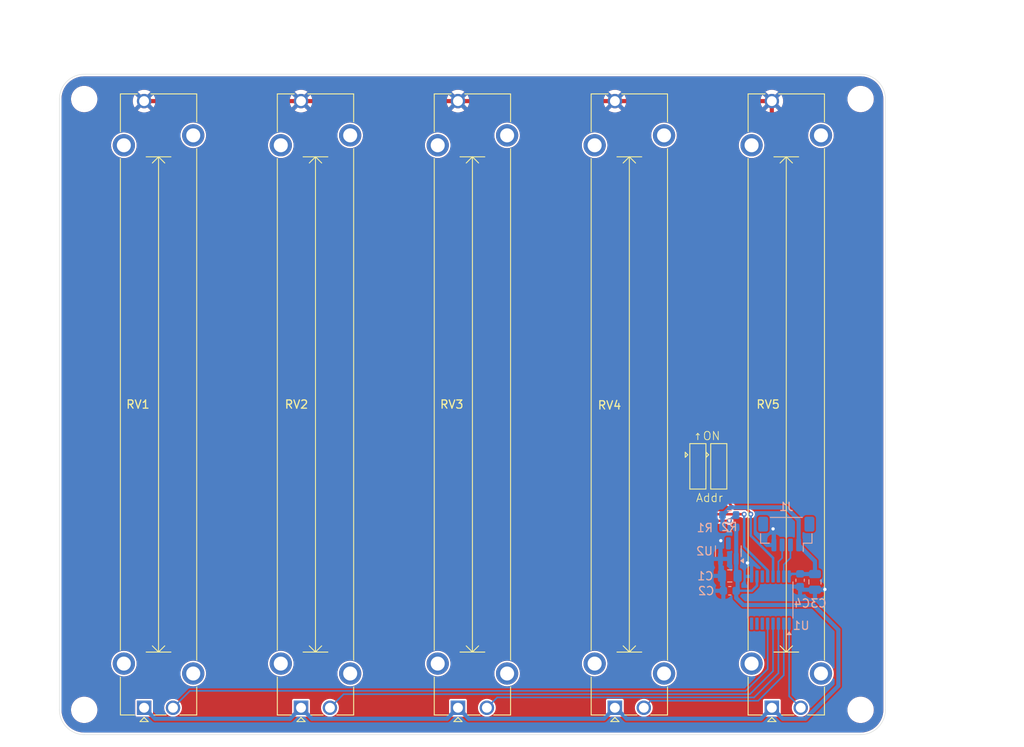
<source format=kicad_pcb>
(kicad_pcb (version 20240108) (generator "pcbnew") (generator_version "8.0")
  (layers (0 "F.Cu" signal) (31 "B.Cu" signal) (34 "B.Paste" user) (35 "F.Paste" user) (36 "B.SilkS" user "B.Silkscreen") (37 "F.SilkS" user "F.Silkscreen") (38 "B.Mask" user) (39 "F.Mask" user) (44 "Edge.Cuts" user))
  (net 0 "")
  (net 1 "+3V0")
  (net 2 "GND")
  (net 3 "+3V3")
  (net 4 "/CH0")
  (net 5 "/CH1")
  (net 6 "/CH2")
  (net 7 "/CH3")
  (net 8 "/CH4")
  (net 13 "/A0")
  (net 14 "/A1")
  (net 16 "/SDA")
  (net 17 "/SCK")
  (net 18 "Net-(JP1-A)")
  (footprint "MountingHole:MountingHole_2.7mm_M2.5" (layer "F.Cu") (at 185 63)
    (property "Reference" "REF**" (hide yes))
    (property "Value" "MountingHole_2.7mm_M2.5")
    (pad "" np_thru_hole circle (at 0 0) (size 2.7 2.7) (drill 2.7) (layers "*.Cu" "*.Mask"))
  )
  (footprint "woodpecker:Potentiometer_Bourns_PTA6043_Single_Slide" (layer "F.Cu") (at 138 100 90)
    (property "Reference" "RV3" (at 0 -2.5 0) (layer "F.SilkS"))
    (property "Value" "PTA6043")
    (fp_line (start 37.62 -4.62) (end 37.62 -2.573) (stroke (width 0.12)) (layer "F.SilkS"))
    (fp_line (start 33.036 -4.62) (end 37.62 -4.62) (stroke (width 0.12)) (layer "F.SilkS"))
    (fp_line (start -29.764 -4.62) (end 29.765 -4.62) (stroke (width 0.12)) (layer "F.SilkS"))
    (fp_line (start -37.62 -4.62) (end -33.035 -4.62) (stroke (width 0.12)) (layer "F.SilkS"))
    (fp_line (start -37.62 -4.62) (end -37.62 -2.925) (stroke (width 0.12)) (layer "F.SilkS"))
    (fp_line (start -38.425 -2.25) (end -38.425 -1.25) (stroke (width 0.12)) (layer "F.SilkS"))
    (fp_line (start -37.925 -1.75) (end -38.425 -2.25) (stroke (width 0.12)) (layer "F.SilkS"))
    (fp_line (start 30 -1.5) (end 30 1.5) (stroke (width 0.12)) (layer "F.SilkS"))
    (fp_line (start -30 -1.5) (end -30 1.5) (stroke (width 0.12)) (layer "F.SilkS"))
    (fp_line (start -38.425 -1.25) (end -37.925 -1.75) (stroke (width 0.12)) (layer "F.SilkS"))
    (fp_line (start 37.62 -0.927) (end 37.62 4.62) (stroke (width 0.12)) (layer "F.SilkS"))
    (fp_line (start 29.25 -0.75) (end 30 0) (stroke (width 0.12)) (layer "F.SilkS"))
    (fp_line (start -29.25 -0.75) (end -30 0) (stroke (width 0.12)) (layer "F.SilkS"))
    (fp_line (start -37.62 -0.575) (end -37.62 0.928) (stroke (width 0.12)) (layer "F.SilkS"))
    (fp_line (start 30 0) (end 29.25 0.75) (stroke (width 0.12)) (layer "F.SilkS"))
    (fp_line (start -30 0) (end 30 0) (stroke (width 0.12)) (layer "F.SilkS"))
    (fp_line (start -30 0) (end -29.25 0.75) (stroke (width 0.12)) (layer "F.SilkS"))
    (fp_line (start -37.62 2.573) (end -37.62 4.62) (stroke (width 0.12)) (layer "F.SilkS"))
    (fp_line (start 34.236 4.62) (end 37.62 4.62) (stroke (width 0.12)) (layer "F.SilkS"))
    (fp_line (start -30.964 4.62) (end 30.965 4.62) (stroke (width 0.12)) (layer "F.SilkS"))
    (fp_line (start -37.62 4.62) (end -34.235 4.62) (stroke (width 0.12)) (layer "F.SilkS"))
    (pad "1" thru_hole rect (at -36.75 -1.75 90) (size 1.75 1.75) (drill 1.2) (layers "*.Cu" "*.Mask") (net 1 "+3V0"))
    (pad "2" thru_hole circle (at -36.75 1.75 90) (size 1.75 1.75) (drill 1.2) (layers "*.Cu" "*.Mask") (net 6 "/CH2"))
    (pad "3" thru_hole circle (at 36.75 -1.75 90) (size 1.75 1.75) (drill 1.2) (layers "*.Cu" "*.Mask") (net 2 "GND"))
    (pad "MP" thru_hole circle (at -32.6 4.2 90) (size 2.7 2.7) (drill 1.7) (layers "*.Cu" "*.Mask"))
    (pad "MP" thru_hole circle (at -31.4 -4.2 90) (size 2.7 2.7) (drill 1.7) (layers "*.Cu" "*.Mask"))
    (pad "MP" thru_hole circle (at 31.4 -4.2 90) (size 2.7 2.7) (drill 1.7) (layers "*.Cu" "*.Mask"))
    (pad "MP" thru_hole circle (at 32.6 4.2 90) (size 2.7 2.7) (drill 1.7) (layers "*.Cu" "*.Mask"))
  )
  (footprint "woodpecker:Potentiometer_Bourns_PTA6043_Single_Slide" (layer "F.Cu") (at 176 100 90)
    (property "Reference" "RV5" (at 0 -2.2 0) (layer "F.SilkS"))
    (property "Value" "PTA6043")
    (fp_line (start 37.62 -4.62) (end 37.62 -2.573) (stroke (width 0.12)) (layer "F.SilkS"))
    (fp_line (start 33.036 -4.62) (end 37.62 -4.62) (stroke (width 0.12)) (layer "F.SilkS"))
    (fp_line (start -29.764 -4.62) (end 29.765 -4.62) (stroke (width 0.12)) (layer "F.SilkS"))
    (fp_line (start -37.62 -4.62) (end -33.035 -4.62) (stroke (width 0.12)) (layer "F.SilkS"))
    (fp_line (start -37.62 -4.62) (end -37.62 -2.925) (stroke (width 0.12)) (layer "F.SilkS"))
    (fp_line (start -38.425 -2.25) (end -38.425 -1.25) (stroke (width 0.12)) (layer "F.SilkS"))
    (fp_line (start -37.925 -1.75) (end -38.425 -2.25) (stroke (width 0.12)) (layer "F.SilkS"))
    (fp_line (start 30 -1.5) (end 30 1.5) (stroke (width 0.12)) (layer "F.SilkS"))
    (fp_line (start -30 -1.5) (end -30 1.5) (stroke (width 0.12)) (layer "F.SilkS"))
    (fp_line (start -38.425 -1.25) (end -37.925 -1.75) (stroke (width 0.12)) (layer "F.SilkS"))
    (fp_line (start 37.62 -0.927) (end 37.62 4.62) (stroke (width 0.12)) (layer "F.SilkS"))
    (fp_line (start 29.25 -0.75) (end 30 0) (stroke (width 0.12)) (layer "F.SilkS"))
    (fp_line (start -29.25 -0.75) (end -30 0) (stroke (width 0.12)) (layer "F.SilkS"))
    (fp_line (start -37.62 -0.575) (end -37.62 0.928) (stroke (width 0.12)) (layer "F.SilkS"))
    (fp_line (start 30 0) (end 29.25 0.75) (stroke (width 0.12)) (layer "F.SilkS"))
    (fp_line (start -30 0) (end 30 0) (stroke (width 0.12)) (layer "F.SilkS"))
    (fp_line (start -30 0) (end -29.25 0.75) (stroke (width 0.12)) (layer "F.SilkS"))
    (fp_line (start -37.62 2.573) (end -37.62 4.62) (stroke (width 0.12)) (layer "F.SilkS"))
    (fp_line (start 34.236 4.62) (end 37.62 4.62) (stroke (width 0.12)) (layer "F.SilkS"))
    (fp_line (start -30.964 4.62) (end 30.965 4.62) (stroke (width 0.12)) (layer "F.SilkS"))
    (fp_line (start -37.62 4.62) (end -34.235 4.62) (stroke (width 0.12)) (layer "F.SilkS"))
    (pad "1" thru_hole rect (at -36.75 -1.75 90) (size 1.75 1.75) (drill 1.2) (layers "*.Cu" "*.Mask") (net 1 "+3V0"))
    (pad "2" thru_hole circle (at -36.75 1.75 90) (size 1.75 1.75) (drill 1.2) (layers "*.Cu" "*.Mask") (net 8 "/CH4"))
    (pad "3" thru_hole circle (at 36.75 -1.75 90) (size 1.75 1.75) (drill 1.2) (layers "*.Cu" "*.Mask") (net 2 "GND"))
    (pad "MP" thru_hole circle (at -32.6 4.2 90) (size 2.7 2.7) (drill 1.7) (layers "*.Cu" "*.Mask"))
    (pad "MP" thru_hole circle (at -31.4 -4.2 90) (size 2.7 2.7) (drill 1.7) (layers "*.Cu" "*.Mask"))
    (pad "MP" thru_hole circle (at 31.4 -4.2 90) (size 2.7 2.7) (drill 1.7) (layers "*.Cu" "*.Mask"))
    (pad "MP" thru_hole circle (at 32.6 4.2 90) (size 2.7 2.7) (drill 1.7) (layers "*.Cu" "*.Mask"))
  )
  (footprint "Jumper:SolderJumper-3_P2.0mm_Open_TrianglePad1.0x1.5mm" (layer "F.Cu") (at 165.27 107.5 -90)
    (property "Reference" "JP2" (hide yes))
    (property "Value" "~")
    (fp_line (start -1.7 1.5) (end -1.1 1.5) (stroke (width 0.12)) (layer "F.SilkS"))
    (fp_line (start -1.1 1.5) (end -1.4 1.2) (stroke (width 0.12)) (layer "F.SilkS"))
    (fp_line (start -1.4 1.2) (end -1.7 1.5) (stroke (width 0.12)) (layer "F.SilkS"))
    (fp_line (start -2.75 0.95) (end -2.75 -1) (stroke (width 0.12)) (layer "F.SilkS"))
    (fp_line (start 2.75 0.95) (end -2.75 0.95) (stroke (width 0.12)) (layer "F.SilkS"))
    (fp_line (start -2.75 -1) (end 2.75 -1) (stroke (width 0.12)) (layer "F.SilkS"))
    (fp_line (start 2.75 -1) (end 2.75 0.95) (stroke (width 0.12)) (layer "F.SilkS"))
    (pad "1" smd custom (at -2 0 270) (size 0.3 0.3) (layers "F.Cu" "F.Mask") (net 18 "Net-(JP1-A)") (options (clearance outline) (anchor rect)) (primitives (gr_poly (pts (xy 1 0) (xy 0.5 0.75) (xy -0.5 0.75) (xy -0.5 -0.75) (xy 0.5 -0.75)) (width 0) (fill yes))))
    (pad "2" smd custom (at 0 0 270) (size 0.3 0.3) (layers "F.Cu") (net 14 "/A1") (options (clearance outline) (anchor rect)) (primitives (gr_poly (pts (xy 0.7 0) (xy 1.2 0.75) (xy -1.2 0.75) (xy -0.7 0) (xy -1.2 -0.75) (xy 1.2 -0.75)) (width 0) (fill yes))))
    (pad "3" smd custom (at 2 0 90) (size 0.3 0.3) (layers "F.Cu" "F.Mask") (net 2 "GND") (options (clearance outline) (anchor rect)) (primitives (gr_poly (pts (xy 1 0) (xy 0.5 0.75) (xy -0.5 0.75) (xy -0.5 -0.75) (xy 0.5 -0.75)) (width 0) (fill yes))))
  )
  (footprint "Jumper:SolderJumper-3_P2.0mm_Open_TrianglePad1.0x1.5mm" (layer "F.Cu") (at 167.8 107.5 -90)
    (property "Reference" "JP1" (hide yes))
    (property "Value" "~")
    (fp_line (start -1.7 1.5) (end -1.1 1.5) (stroke (width 0.12)) (layer "F.SilkS"))
    (fp_line (start -1.1 1.5) (end -1.4 1.2) (stroke (width 0.12)) (layer "F.SilkS"))
    (fp_line (start -1.4 1.2) (end -1.7 1.5) (stroke (width 0.12)) (layer "F.SilkS"))
    (fp_line (start -2.75 0.95) (end -2.75 -1) (stroke (width 0.12)) (layer "F.SilkS"))
    (fp_line (start 2.75 0.95) (end -2.75 0.95) (stroke (width 0.12)) (layer "F.SilkS"))
    (fp_line (start -2.75 -1) (end 2.75 -1) (stroke (width 0.12)) (layer "F.SilkS"))
    (fp_line (start 2.75 -1) (end 2.75 0.95) (stroke (width 0.12)) (layer "F.SilkS"))
    (pad "1" smd custom (at -2 0 270) (size 0.3 0.3) (layers "F.Cu" "F.Mask") (net 18 "Net-(JP1-A)") (options (clearance outline) (anchor rect)) (primitives (gr_poly (pts (xy 1 0) (xy 0.5 0.75) (xy -0.5 0.75) (xy -0.5 -0.75) (xy 0.5 -0.75)) (width 0) (fill yes))))
    (pad "2" smd custom (at 0 0 270) (size 0.3 0.3) (layers "F.Cu") (net 13 "/A0") (options (clearance outline) (anchor rect)) (primitives (gr_poly (pts (xy 0.7 0) (xy 1.2 0.75) (xy -1.2 0.75) (xy -0.7 0) (xy -1.2 -0.75) (xy 1.2 -0.75)) (width 0) (fill yes))))
    (pad "3" smd custom (at 2 0 90) (size 0.3 0.3) (layers "F.Cu" "F.Mask") (net 2 "GND") (options (clearance outline) (anchor rect)) (primitives (gr_poly (pts (xy 1 0) (xy 0.5 0.75) (xy -0.5 0.75) (xy -0.5 -0.75) (xy 0.5 -0.75)) (width 0) (fill yes))))
  )
  (footprint "woodpecker:Potentiometer_Bourns_PTA6043_Single_Slide" (layer "F.Cu") (at 157 100 90)
    (property "Reference" "RV4" (at -0.1 -2.4 0) (layer "F.SilkS"))
    (property "Value" "PTA6043")
    (fp_line (start 37.62 -4.62) (end 37.62 -2.573) (stroke (width 0.12)) (layer "F.SilkS"))
    (fp_line (start 33.036 -4.62) (end 37.62 -4.62) (stroke (width 0.12)) (layer "F.SilkS"))
    (fp_line (start -29.764 -4.62) (end 29.765 -4.62) (stroke (width 0.12)) (layer "F.SilkS"))
    (fp_line (start -37.62 -4.62) (end -33.035 -4.62) (stroke (width 0.12)) (layer "F.SilkS"))
    (fp_line (start -37.62 -4.62) (end -37.62 -2.925) (stroke (width 0.12)) (layer "F.SilkS"))
    (fp_line (start -38.425 -2.25) (end -38.425 -1.25) (stroke (width 0.12)) (layer "F.SilkS"))
    (fp_line (start -37.925 -1.75) (end -38.425 -2.25) (stroke (width 0.12)) (layer "F.SilkS"))
    (fp_line (start 30 -1.5) (end 30 1.5) (stroke (width 0.12)) (layer "F.SilkS"))
    (fp_line (start -30 -1.5) (end -30 1.5) (stroke (width 0.12)) (layer "F.SilkS"))
    (fp_line (start -38.425 -1.25) (end -37.925 -1.75) (stroke (width 0.12)) (layer "F.SilkS"))
    (fp_line (start 37.62 -0.927) (end 37.62 4.62) (stroke (width 0.12)) (layer "F.SilkS"))
    (fp_line (start 29.25 -0.75) (end 30 0) (stroke (width 0.12)) (layer "F.SilkS"))
    (fp_line (start -29.25 -0.75) (end -30 0) (stroke (width 0.12)) (layer "F.SilkS"))
    (fp_line (start -37.62 -0.575) (end -37.62 0.928) (stroke (width 0.12)) (layer "F.SilkS"))
    (fp_line (start 30 0) (end 29.25 0.75) (stroke (width 0.12)) (layer "F.SilkS"))
    (fp_line (start -30 0) (end 30 0) (stroke (width 0.12)) (layer "F.SilkS"))
    (fp_line (start -30 0) (end -29.25 0.75) (stroke (width 0.12)) (layer "F.SilkS"))
    (fp_line (start -37.62 2.573) (end -37.62 4.62) (stroke (width 0.12)) (layer "F.SilkS"))
    (fp_line (start 34.236 4.62) (end 37.62 4.62) (stroke (width 0.12)) (layer "F.SilkS"))
    (fp_line (start -30.964 4.62) (end 30.965 4.62) (stroke (width 0.12)) (layer "F.SilkS"))
    (fp_line (start -37.62 4.62) (end -34.235 4.62) (stroke (width 0.12)) (layer "F.SilkS"))
    (pad "1" thru_hole rect (at -36.75 -1.75 90) (size 1.75 1.75) (drill 1.2) (layers "*.Cu" "*.Mask") (net 1 "+3V0"))
    (pad "2" thru_hole circle (at -36.75 1.75 90) (size 1.75 1.75) (drill 1.2) (layers "*.Cu" "*.Mask") (net 7 "/CH3"))
    (pad "3" thru_hole circle (at 36.75 -1.75 90) (size 1.75 1.75) (drill 1.2) (layers "*.Cu" "*.Mask") (net 2 "GND"))
    (pad "MP" thru_hole circle (at -32.6 4.2 90) (size 2.7 2.7) (drill 1.7) (layers "*.Cu" "*.Mask"))
    (pad "MP" thru_hole circle (at -31.4 -4.2 90) (size 2.7 2.7) (drill 1.7) (layers "*.Cu" "*.Mask"))
    (pad "MP" thru_hole circle (at 31.4 -4.2 90) (size 2.7 2.7) (drill 1.7) (layers "*.Cu" "*.Mask"))
    (pad "MP" thru_hole circle (at 32.6 4.2 90) (size 2.7 2.7) (drill 1.7) (layers "*.Cu" "*.Mask"))
  )
  (footprint "MountingHole:MountingHole_2.7mm_M2.5" (layer "F.Cu") (at 91 63)
    (property "Reference" "REF**" (hide yes))
    (property "Value" "MountingHole_2.7mm_M2.5")
    (pad "" np_thru_hole circle (at 0 0) (size 2.7 2.7) (drill 2.7) (layers "*.Cu" "*.Mask"))
  )
  (footprint "woodpecker:Potentiometer_Bourns_PTA6043_Single_Slide" (layer "F.Cu") (at 100 100 90)
    (property "Reference" "RV1" (at 0 -2.5 0) (layer "F.SilkS"))
    (property "Value" "PTA6043")
    (fp_line (start 37.62 -4.62) (end 37.62 -2.573) (stroke (width 0.12)) (layer "F.SilkS"))
    (fp_line (start 33.036 -4.62) (end 37.62 -4.62) (stroke (width 0.12)) (layer "F.SilkS"))
    (fp_line (start -29.764 -4.62) (end 29.765 -4.62) (stroke (width 0.12)) (layer "F.SilkS"))
    (fp_line (start -37.62 -4.62) (end -33.035 -4.62) (stroke (width 0.12)) (layer "F.SilkS"))
    (fp_line (start -37.62 -4.62) (end -37.62 -2.925) (stroke (width 0.12)) (layer "F.SilkS"))
    (fp_line (start -38.425 -2.25) (end -38.425 -1.25) (stroke (width 0.12)) (layer "F.SilkS"))
    (fp_line (start -37.925 -1.75) (end -38.425 -2.25) (stroke (width 0.12)) (layer "F.SilkS"))
    (fp_line (start 30 -1.5) (end 30 1.5) (stroke (width 0.12)) (layer "F.SilkS"))
    (fp_line (start -30 -1.5) (end -30 1.5) (stroke (width 0.12)) (layer "F.SilkS"))
    (fp_line (start -38.425 -1.25) (end -37.925 -1.75) (stroke (width 0.12)) (layer "F.SilkS"))
    (fp_line (start 37.62 -0.927) (end 37.62 4.62) (stroke (width 0.12)) (layer "F.SilkS"))
    (fp_line (start 29.25 -0.75) (end 30 0) (stroke (width 0.12)) (layer "F.SilkS"))
    (fp_line (start -29.25 -0.75) (end -30 0) (stroke (width 0.12)) (layer "F.SilkS"))
    (fp_line (start -37.62 -0.575) (end -37.62 0.928) (stroke (width 0.12)) (layer "F.SilkS"))
    (fp_line (start 30 0) (end 29.25 0.75) (stroke (width 0.12)) (layer "F.SilkS"))
    (fp_line (start -30 0) (end 30 0) (stroke (width 0.12)) (layer "F.SilkS"))
    (fp_line (start -30 0) (end -29.25 0.75) (stroke (width 0.12)) (layer "F.SilkS"))
    (fp_line (start -37.62 2.573) (end -37.62 4.62) (stroke (width 0.12)) (layer "F.SilkS"))
    (fp_line (start 34.236 4.62) (end 37.62 4.62) (stroke (width 0.12)) (layer "F.SilkS"))
    (fp_line (start -30.964 4.62) (end 30.965 4.62) (stroke (width 0.12)) (layer "F.SilkS"))
    (fp_line (start -37.62 4.62) (end -34.235 4.62) (stroke (width 0.12)) (layer "F.SilkS"))
    (pad "1" thru_hole rect (at -36.75 -1.75 90) (size 1.75 1.75) (drill 1.2) (layers "*.Cu" "*.Mask") (net 1 "+3V0"))
    (pad "2" thru_hole circle (at -36.75 1.75 90) (size 1.75 1.75) (drill 1.2) (layers "*.Cu" "*.Mask") (net 4 "/CH0"))
    (pad "3" thru_hole circle (at 36.75 -1.75 90) (size 1.75 1.75) (drill 1.2) (layers "*.Cu" "*.Mask") (net 2 "GND"))
    (pad "MP" thru_hole circle (at -32.6 4.2 90) (size 2.7 2.7) (drill 1.7) (layers "*.Cu" "*.Mask"))
    (pad "MP" thru_hole circle (at -31.4 -4.2 90) (size 2.7 2.7) (drill 1.7) (layers "*.Cu" "*.Mask"))
    (pad "MP" thru_hole circle (at 31.4 -4.2 90) (size 2.7 2.7) (drill 1.7) (layers "*.Cu" "*.Mask"))
    (pad "MP" thru_hole circle (at 32.6 4.2 90) (size 2.7 2.7) (drill 1.7) (layers "*.Cu" "*.Mask"))
  )
  (footprint "MountingHole:MountingHole_2.7mm_M2.5" (layer "F.Cu") (at 185 137)
    (property "Reference" "REF**" (hide yes))
    (property "Value" "MountingHole_2.7mm_M2.5")
    (pad "" np_thru_hole circle (at 0 0) (size 2.7 2.7) (drill 2.7) (layers "*.Cu" "*.Mask"))
  )
  (footprint "MountingHole:MountingHole_2.7mm_M2.5" (layer "F.Cu") (at 91 137)
    (property "Reference" "REF**" (hide yes))
    (property "Value" "MountingHole_2.7mm_M2.5")
    (pad "" np_thru_hole circle (at 0 0) (size 2.7 2.7) (drill 2.7) (layers "*.Cu" "*.Mask"))
  )
  (footprint "woodpecker:Potentiometer_Bourns_PTA6043_Single_Slide" (layer "F.Cu") (at 119 100 90)
    (property "Reference" "RV2" (at 0 -2.3 0) (layer "F.SilkS"))
    (property "Value" "PTA6043")
    (fp_line (start 37.62 -4.62) (end 37.62 -2.573) (stroke (width 0.12)) (layer "F.SilkS"))
    (fp_line (start 33.036 -4.62) (end 37.62 -4.62) (stroke (width 0.12)) (layer "F.SilkS"))
    (fp_line (start -29.764 -4.62) (end 29.765 -4.62) (stroke (width 0.12)) (layer "F.SilkS"))
    (fp_line (start -37.62 -4.62) (end -33.035 -4.62) (stroke (width 0.12)) (layer "F.SilkS"))
    (fp_line (start -37.62 -4.62) (end -37.62 -2.925) (stroke (width 0.12)) (layer "F.SilkS"))
    (fp_line (start -38.425 -2.25) (end -38.425 -1.25) (stroke (width 0.12)) (layer "F.SilkS"))
    (fp_line (start -37.925 -1.75) (end -38.425 -2.25) (stroke (width 0.12)) (layer "F.SilkS"))
    (fp_line (start 30 -1.5) (end 30 1.5) (stroke (width 0.12)) (layer "F.SilkS"))
    (fp_line (start -30 -1.5) (end -30 1.5) (stroke (width 0.12)) (layer "F.SilkS"))
    (fp_line (start -38.425 -1.25) (end -37.925 -1.75) (stroke (width 0.12)) (layer "F.SilkS"))
    (fp_line (start 37.62 -0.927) (end 37.62 4.62) (stroke (width 0.12)) (layer "F.SilkS"))
    (fp_line (start 29.25 -0.75) (end 30 0) (stroke (width 0.12)) (layer "F.SilkS"))
    (fp_line (start -29.25 -0.75) (end -30 0) (stroke (width 0.12)) (layer "F.SilkS"))
    (fp_line (start -37.62 -0.575) (end -37.62 0.928) (stroke (width 0.12)) (layer "F.SilkS"))
    (fp_line (start 30 0) (end 29.25 0.75) (stroke (width 0.12)) (layer "F.SilkS"))
    (fp_line (start -30 0) (end 30 0) (stroke (width 0.12)) (layer "F.SilkS"))
    (fp_line (start -30 0) (end -29.25 0.75) (stroke (width 0.12)) (layer "F.SilkS"))
    (fp_line (start -37.62 2.573) (end -37.62 4.62) (stroke (width 0.12)) (layer "F.SilkS"))
    (fp_line (start 34.236 4.62) (end 37.62 4.62) (stroke (width 0.12)) (layer "F.SilkS"))
    (fp_line (start -30.964 4.62) (end 30.965 4.62) (stroke (width 0.12)) (layer "F.SilkS"))
    (fp_line (start -37.62 4.62) (end -34.235 4.62) (stroke (width 0.12)) (layer "F.SilkS"))
    (pad "1" thru_hole rect (at -36.75 -1.75 90) (size 1.75 1.75) (drill 1.2) (layers "*.Cu" "*.Mask") (net 1 "+3V0"))
    (pad "2" thru_hole circle (at -36.75 1.75 90) (size 1.75 1.75) (drill 1.2) (layers "*.Cu" "*.Mask") (net 5 "/CH1"))
    (pad "3" thru_hole circle (at 36.75 -1.75 90) (size 1.75 1.75) (drill 1.2) (layers "*.Cu" "*.Mask") (net 2 "GND"))
    (pad "MP" thru_hole circle (at -32.6 4.2 90) (size 2.7 2.7) (drill 1.7) (layers "*.Cu" "*.Mask"))
    (pad "MP" thru_hole circle (at -31.4 -4.2 90) (size 2.7 2.7) (drill 1.7) (layers "*.Cu" "*.Mask"))
    (pad "MP" thru_hole circle (at 31.4 -4.2 90) (size 2.7 2.7) (drill 1.7) (layers "*.Cu" "*.Mask"))
    (pad "MP" thru_hole circle (at 32.6 4.2 90) (size 2.7 2.7) (drill 1.7) (layers "*.Cu" "*.Mask"))
  )
  (footprint "Resistor_SMD:R_0603_1608Metric" (layer "B.Cu") (at 169.1 113.4)
    (property "Reference" "R2" (at 0 1.43 360) (layer "B.SilkS") (effects (justify mirror)))
    (property "Value" "100")
    (fp_line (start 0.237258 -0.5225) (end -0.237258 -0.5225) (stroke (width 0.12)) (layer "B.SilkS"))
    (fp_line (start 0.237258 0.5225) (end -0.237258 0.5225) (stroke (width 0.12)) (layer "B.SilkS"))
    (pad "1" smd roundrect (at -0.825 0) (size 0.8 0.95) (layers "B.Cu" "B.Paste" "B.Mask") (net 3 "+3V3"))
    (pad "2" smd roundrect (at 0.825 0) (size 0.8 0.95) (layers "B.Cu" "B.Paste" "B.Mask") (net 18 "Net-(JP1-A)"))
  )
  (footprint "Capacitor_SMD:C_0805_2012Metric" (layer "B.Cu") (at 169.159448 120.775 180)
    (property "Reference" "C1" (at 2.959448 -0.025 0) (layer "B.SilkS") (effects (justify mirror)))
    (property "Value" "2u2")
    (fp_line (start 0.261252 0.735) (end -0.261252 0.735) (stroke (width 0.12)) (layer "B.SilkS"))
    (fp_line (start 0.261252 -0.735) (end -0.261252 -0.735) (stroke (width 0.12)) (layer "B.SilkS"))
    (pad "1" smd roundrect (at -0.95 0 180) (size 1 1.45) (layers "B.Cu" "B.Paste" "B.Mask") (net 1 "+3V0"))
    (pad "2" smd roundrect (at 0.95 0 180) (size 1 1.45) (layers "B.Cu" "B.Paste" "B.Mask") (net 2 "GND"))
  )
  (footprint "Capacitor_SMD:C_0603_1608Metric" (layer "B.Cu") (at 177.671948 121.3 -90)
    (property "Reference" "C4" (at 2.8 -0.228052 180) (layer "B.SilkS") (effects (justify mirror)))
    (property "Value" "100n")
    (fp_line (start 0.14058 0.51) (end -0.14058 0.51) (stroke (width 0.12)) (layer "B.SilkS"))
    (fp_line (start 0.14058 -0.51) (end -0.14058 -0.51) (stroke (width 0.12)) (layer "B.SilkS"))
    (pad "1" smd roundrect (at -0.775 0 270) (size 0.9 0.95) (layers "B.Cu" "B.Paste" "B.Mask") (net 3 "+3V3"))
    (pad "2" smd roundrect (at 0.775 0 270) (size 0.9 0.95) (layers "B.Cu" "B.Paste" "B.Mask") (net 2 "GND"))
  )
  (footprint "woodpecker:JST_SH_BM04B-SRSS-TB_1x04-1MP_P1.00mm_Vertical" (layer "B.Cu") (at 176 115.7 180)
    (property "Reference" "J1" (at 0 3.3 0) (layer "B.SilkS") (effects (justify mirror)))
    (property "Value" "JST SH")
    (fp_line (start 3.11 -1.11) (end 3.11 0.04) (stroke (width 0.12)) (layer "B.SilkS"))
    (fp_line (start 2.06 -1.11) (end 3.11 -1.11) (stroke (width 0.12)) (layer "B.SilkS"))
    (fp_line (start 1.94 2.01) (end -1.94 2.01) (stroke (width 0.12)) (layer "B.SilkS"))
    (fp_line (start -2.06 -1.11) (end -3.11 -1.11) (stroke (width 0.12)) (layer "B.SilkS"))
    (fp_line (start -2.06 -2.1) (end -2.06 -1.11) (stroke (width 0.12)) (layer "B.SilkS"))
    (fp_line (start -3.11 -1.11) (end -3.11 0.04) (stroke (width 0.12)) (layer "B.SilkS"))
    (pad "1" smd roundrect (at -1.5 -1.325 180) (size 0.6 1.55) (layers "B.Cu" "B.Paste" "B.Mask") (net 3 "+3V3"))
    (pad "2" smd roundrect (at -0.5 -1.325 180) (size 0.6 1.55) (layers "B.Cu" "B.Paste" "B.Mask") (net 16 "/SDA"))
    (pad "3" smd roundrect (at 0.5 -1.325 180) (size 0.6 1.55) (layers "B.Cu" "B.Paste" "B.Mask") (net 17 "/SCK"))
    (pad "4" smd roundrect (at 1.5 -1.325 180) (size 0.6 1.55) (layers "B.Cu" "B.Paste" "B.Mask") (net 2 "GND"))
    (pad "MP" smd roundrect (at -2.8 1.2 180) (size 1.2 1.8) (layers "B.Cu" "B.Paste" "B.Mask") (roundrect_rratio 0.208333))
    (pad "MP" smd roundrect (at 2.8 1.2 180) (size 1.2 1.8) (layers "B.Cu" "B.Paste" "B.Mask") (roundrect_rratio 0.208333))
  )
  (footprint "Package_TO_SOT_SMD:SOT-23" (layer "B.Cu") (at 168.984448 117.775 90)
    (property "Reference" "U2" (at 0 -2.884448 180) (layer "B.SilkS") (effects (justify mirror)))
    (property "Value" "LM4040DBZ-3")
    (fp_line (start 0.65 -1.56) (end 0 -1.56) (stroke (width 0.12)) (layer "B.SilkS"))
    (fp_line (start -0.65 -1.56) (end 0 -1.56) (stroke (width 0.12)) (layer "B.SilkS"))
    (fp_line (start 0.65 1.56) (end 0 1.56) (stroke (width 0.12)) (layer "B.SilkS"))
    (fp_line (start -0.65 1.56) (end 0 1.56) (stroke (width 0.12)) (layer "B.SilkS"))
    (fp_poly (pts (xy -1.1625 1.51) (xy -1.4025 1.84) (xy -0.9225 1.84) (xy -1.1625 1.51)) (stroke (width 0.12)) (fill solid) (layer "B.SilkS"))
    (pad "1" smd roundrect (at -0.9375 0.95 90) (size 1.475 0.6) (layers "B.Cu" "B.Paste" "B.Mask") (net 1 "+3V0"))
    (pad "2" smd roundrect (at -0.9375 -0.95 90) (size 1.475 0.6) (layers "B.Cu" "B.Paste" "B.Mask") (net 2 "GND"))
    (pad "3" smd roundrect (at 0.9375 0 90) (size 1.475 0.6) (layers "B.Cu" "B.Paste" "B.Mask"))
  )
  (footprint "Capacitor_SMD:C_0603_1608Metric" (layer "B.Cu") (at 169.159448 122.575 180)
    (property "Reference" "C2" (at 2.859448 -0.025 0) (layer "B.SilkS") (effects (justify mirror)))
    (property "Value" "100n")
    (fp_line (start 0.14058 0.51) (end -0.14058 0.51) (stroke (width 0.12)) (layer "B.SilkS"))
    (fp_line (start 0.14058 -0.51) (end -0.14058 -0.51) (stroke (width 0.12)) (layer "B.SilkS"))
    (pad "1" smd roundrect (at -0.775 0 180) (size 0.9 0.95) (layers "B.Cu" "B.Paste" "B.Mask") (net 1 "+3V0"))
    (pad "2" smd roundrect (at 0.775 0 180) (size 0.9 0.95) (layers "B.Cu" "B.Paste" "B.Mask") (net 2 "GND"))
  )
  (footprint "Package_SO:TSSOP-16_4.4x5mm_P0.65mm" (layer "B.Cu") (at 174.071948 123.7 90)
    (property "Reference" "U1" (at -3.1 3.728052 180) (layer "B.SilkS") (effects (justify mirror)))
    (property "Value" "ADS7830")
    (fp_line (start 2.2 -2.735) (end 0 -2.735) (stroke (width 0.12)) (layer "B.SilkS"))
    (fp_line (start -2.2 -2.735) (end 0 -2.735) (stroke (width 0.12)) (layer "B.SilkS"))
    (fp_line (start 2.2 2.735) (end 0 2.735) (stroke (width 0.12)) (layer "B.SilkS"))
    (fp_line (start -2.2 2.735) (end 0 2.735) (stroke (width 0.12)) (layer "B.SilkS"))
    (fp_poly (pts (xy -3.86 2.275) (xy -4.19 2.515) (xy -4.19 2.035) (xy -3.86 2.275)) (stroke (width 0.12)) (fill solid) (layer "B.SilkS"))
    (pad "1" smd roundrect (at -2.8625 2.275 90) (size 1.475 0.4) (layers "B.Cu" "B.Paste" "B.Mask") (net 8 "/CH4"))
    (pad "2" smd roundrect (at -2.8625 1.625 90) (size 1.475 0.4) (layers "B.Cu" "B.Paste" "B.Mask") (net 7 "/CH3"))
    (pad "3" smd roundrect (at -2.8625 0.975 90) (size 1.475 0.4) (layers "B.Cu" "B.Paste" "B.Mask") (net 6 "/CH2"))
    (pad "4" smd roundrect (at -2.8625 0.325 90) (size 1.475 0.4) (layers "B.Cu" "B.Paste" "B.Mask") (net 5 "/CH1"))
    (pad "5" smd roundrect (at -2.8625 -0.325 90) (size 1.475 0.4) (layers "B.Cu" "B.Paste" "B.Mask") (net 4 "/CH0"))
    (pad "6" smd roundrect (at -2.8625 -0.975 90) (size 1.475 0.4) (layers "B.Cu" "B.Paste" "B.Mask"))
    (pad "7" smd roundrect (at -2.8625 -1.625 90) (size 1.475 0.4) (layers "B.Cu" "B.Paste" "B.Mask"))
    (pad "8" smd roundrect (at -2.8625 -2.275 90) (size 1.475 0.4) (layers "B.Cu" "B.Paste" "B.Mask"))
    (pad "9" smd roundrect (at 2.8625 -2.275 90) (size 1.475 0.4) (layers "B.Cu" "B.Paste" "B.Mask") (net 2 "GND"))
    (pad "10" smd roundrect (at 2.8625 -1.625 90) (size 1.475 0.4) (layers "B.Cu" "B.Paste" "B.Mask") (net 1 "+3V0"))
    (pad "11" smd roundrect (at 2.8625 -0.975 90) (size 1.475 0.4) (layers "B.Cu" "B.Paste" "B.Mask"))
    (pad "12" smd roundrect (at 2.8625 -0.325 90) (size 1.475 0.4) (layers "B.Cu" "B.Paste" "B.Mask") (net 14 "/A1"))
    (pad "13" smd roundrect (at 2.8625 0.325 90) (size 1.475 0.4) (layers "B.Cu" "B.Paste" "B.Mask") (net 13 "/A0"))
    (pad "14" smd roundrect (at 2.8625 0.975 90) (size 1.475 0.4) (layers "B.Cu" "B.Paste" "B.Mask") (net 17 "/SCK"))
    (pad "15" smd roundrect (at 2.8625 1.625 90) (size 1.475 0.4) (layers "B.Cu" "B.Paste" "B.Mask") (net 16 "/SDA"))
    (pad "16" smd roundrect (at 2.8625 2.275 90) (size 1.475 0.4) (layers "B.Cu" "B.Paste" "B.Mask") (net 3 "+3V3"))
  )
  (footprint "Resistor_SMD:R_0603_1608Metric" (layer "B.Cu") (at 169.1 114.9)
    (property "Reference" "R1" (at -2.959448 0.0625 0) (layer "B.SilkS") (effects (justify mirror)))
    (property "Value" "100")
    (fp_line (start 0.237258 -0.5225) (end -0.237258 -0.5225) (stroke (width 0.12)) (layer "B.SilkS"))
    (fp_line (start 0.237258 0.5225) (end -0.237258 0.5225) (stroke (width 0.12)) (layer "B.SilkS"))
    (pad "1" smd roundrect (at -0.825 0) (size 0.8 0.95) (layers "B.Cu" "B.Paste" "B.Mask") (net 3 "+3V3"))
    (pad "2" smd roundrect (at 0.825 0) (size 0.8 0.95) (layers "B.Cu" "B.Paste" "B.Mask") (net 1 "+3V0"))
  )
  (footprint "Capacitor_SMD:C_0805_2012Metric" (layer "B.Cu") (at 179.471948 121.5 -90)
    (property "Reference" "C3" (at 2.6 -0.428052 180) (layer "B.SilkS") (effects (justify mirror)))
    (property "Value" "2u2")
    (fp_line (start 0.261252 0.735) (end -0.261252 0.735) (stroke (width 0.12)) (layer "B.SilkS"))
    (fp_line (start 0.261252 -0.735) (end -0.261252 -0.735) (stroke (width 0.12)) (layer "B.SilkS"))
    (pad "1" smd roundrect (at -0.95 0 270) (size 1 1.45) (layers "B.Cu" "B.Paste" "B.Mask") (net 3 "+3V3"))
    (pad "2" smd roundrect (at 0.95 0 270) (size 1 1.45) (layers "B.Cu" "B.Paste" "B.Mask") (net 2 "GND"))
  )
  (gr_line (start 91 140) (end 185 140) (stroke (width 0.05)) (layer "Edge.Cuts"))
  (gr_line (start 88 63) (end 88 137) (stroke (width 0.05)) (layer "Edge.Cuts"))
  (gr_arc (start 88 63) (mid 88.87868 60.87868) (end 91 60) (stroke (width 0.05)) (layer "Edge.Cuts"))
  (gr_line (start 188 137) (end 188 63) (stroke (width 0.05)) (layer "Edge.Cuts"))
  (gr_arc (start 188 137) (mid 187.12132 139.12132) (end 185 140) (stroke (width 0.05)) (layer "Edge.Cuts"))
  (gr_arc (start 91 140) (mid 88.87868 139.12132) (end 88 137) (stroke (width 0.05)) (layer "Edge.Cuts"))
  (gr_arc (start 185 60) (mid 187.12132 60.87868) (end 188 63) (stroke (width 0.05)) (layer "Edge.Cuts"))
  (gr_line (start 185 60) (end 91 60) (stroke (width 0.05)) (layer "Edge.Cuts"))
  (gr_text "↑ON" (at 164.6 104.4 0) (layer "F.SilkS") (effects (font (size 1 1) (thickness 0.1)) (justify left bottom)))
  (gr_text "Addr" (at 165 111.9 0) (layer "F.SilkS") (effects (font (size 1 1) (thickness 0.1)) (justify left bottom)))
  (segment (start 179.3 124.3) (end 182.3 127.3) (width 0.5) (layer "B.Cu") (net 1))
  (segment (start 170.109448 120.775) (end 170.109448 122.4) (width 0.5) (layer "B.Cu") (net 1))
  (segment (start 172.446948 121.953052) (end 171.825 122.575) (width 0.3) (layer "B.Cu") (net 1))
  (segment (start 169.934448 118.7125) (end 169.934448 114.9875) (width 0.5) (layer "B.Cu") (net 1))
  (segment (start 169.934448 114.9875) (end 169.884448 114.9375) (width 0.5) (layer "B.Cu") (net 1))
  (segment (start 169.934448 120.6) (end 170.109448 120.775) (width 0.5) (layer "B.Cu") (net 1))
  (segment (start 175.575 138.075) (end 174.25 136.75) (width 0.5) (layer "B.Cu") (net 1))
  (segment (start 171.825 122.575) (end 169.934448 122.575) (width 0.3) (layer "B.Cu") (net 1))
  (segment (start 172.925 138.075) (end 174.25 136.75) (width 0.5) (layer "B.Cu") (net 1))
  (segment (start 136.25 136.75) (end 137.575 138.075) (width 0.5) (layer "B.Cu") (net 1))
  (segment (start 98.25 136.75) (end 99.575 138.075) (width 0.5) (layer "B.Cu") (net 1))
  (segment (start 169.934448 122.575) (end 169.934448 123.434448) (width 0.5) (layer "B.Cu") (net 1))
  (segment (start 169.934448 118.7125) (end 169.934448 120.6) (width 0.5) (layer "B.Cu") (net 1))
  (segment (start 99.575 138.075) (end 115.925 138.075) (width 0.5) (layer "B.Cu") (net 1))
  (segment (start 156.675 138.075) (end 172.925 138.075) (width 0.5) (layer "B.Cu") (net 1))
  (segment (start 155.35 136.75) (end 156.675 138.075) (width 0.5) (layer "B.Cu") (net 1))
  (segment (start 170.109448 122.4) (end 169.934448 122.575) (width 0.5) (layer "B.Cu") (net 1))
  (segment (start 178.325 138.075) (end 175.575 138.075) (width 0.5) (layer "B.Cu") (net 1))
  (segment (start 137.575 138.075) (end 153.925 138.075) (width 0.5) (layer "B.Cu") (net 1))
  (segment (start 118.575 138.075) (end 134.925 138.075) (width 0.5) (layer "B.Cu") (net 1))
  (segment (start 172.446948 120.8375) (end 172.446948 121.953052) (width 0.3) (layer "B.Cu") (net 1))
  (segment (start 170.8 124.3) (end 179.3 124.3) (width 0.5) (layer "B.Cu") (net 1))
  (segment (start 134.925 138.075) (end 136.25 136.75) (width 0.5) (layer "B.Cu") (net 1))
  (segment (start 155.25 136.75) (end 155.35 136.75) (width 0.5) (layer "B.Cu") (net 1))
  (segment (start 115.925 138.075) (end 117.25 136.75) (width 0.5) (layer "B.Cu") (net 1))
  (segment (start 169.934448 123.434448) (end 170.8 124.3) (width 0.5) (layer "B.Cu") (net 1))
  (segment (start 182.3 134.1) (end 178.325 138.075) (width 0.5) (layer "B.Cu") (net 1))
  (segment (start 182.3 127.3) (end 182.3 134.1) (width 0.5) (layer "B.Cu") (net 1))
  (segment (start 117.25 136.75) (end 118.575 138.075) (width 0.5) (layer "B.Cu") (net 1))
  (segment (start 153.925 138.075) (end 155.25 136.75) (width 0.5) (layer "B.Cu") (net 1))
  (segment (start 174.25 63.25) (end 155.25 63.25) (width 0.5) (layer "F.Cu") (net 2))
  (segment (start 170.766948 119.2) (end 174.2 119.2) (width 0.5) (layer "F.Cu") (net 2))
  (segment (start 174.25 63.25) (end 174.25 119.15) (width 0.5) (layer "F.Cu") (net 2))
  (segment (start 136.25 63.25) (end 117.25 63.25) (width 0.5) (layer "F.Cu") (net 2))
  (segment (start 165.27 109.5) (end 167.8 109.5) (width 0.5) (layer "F.Cu") (net 2))
  (segment (start 155.25 63.25) (end 136.25 63.25) (width 0.5) (layer "F.Cu") (net 2))
  (segment (start 177.466948 119.2) (end 180.671948 122.405) (width 0.5) (layer "F.Cu") (net 2))
  (segment (start 98.25 63.25) (end 117.25 63.25) (width 0.5) (layer "F.Cu") (net 2))
  (segment (start 174.25 119.15) (end 174.2 119.2) (width 0.5) (layer "F.Cu") (net 2))
  (segment (start 174.2 119.2) (end 177.466948 119.2) (width 0.5) (layer "F.Cu") (net 2))
  (segment (start 168.071948 116.505) (end 170.766948 119.2) (width 0.5) (layer "F.Cu") (net 2))
  (via (at 171.3 119.2) (size 0.8) (drill 0.4) (layers "F.Cu" "B.Cu") (net 2))
  (via (at 174.4 115.076466) (size 0.8) (drill 0.4) (layers "F.Cu" "B.Cu") (net 2))
  (via (at 180.671948 122.405) (size 0.8) (drill 0.4) (layers "F.Cu" "B.Cu") (net 2))
  (via (at 168.071948 116.505) (size 0.8) (drill 0.4) (layers "F.Cu" "B.Cu") (net 2))
  (segment (start 168.034448 118.7125) (end 168.034448 116.5425) (width 0.5) (layer "B.Cu") (net 2))
  (segment (start 168.384448 120.95) (end 168.209448 120.775) (width 0.5) (layer "B.Cu") (net 2))
  (segment (start 171.6 119.2) (end 171.796948 119.396948) (width 0.3) (layer "B.Cu") (net 2))
  (segment (start 180.626948 122.45) (end 180.671948 122.405) (width 0.5) (layer "B.Cu") (net 2))
  (segment (start 174.5 117.025) (end 174.5 115.176466) (width 0.5) (layer "B.Cu") (net 2))
  (segment (start 174.5 115.176466) (end 174.4 115.076466) (width 0.5) (layer "B.Cu") (net 2))
  (segment (start 168.034448 116.5425) (end 168.071948 116.505) (width 0.5) (layer "B.Cu") (net 2))
  (segment (start 179.471948 122.45) (end 178.046948 122.45) (width 0.5) (layer "B.Cu") (net 2))
  (segment (start 178.046948 122.45) (end 177.671948 122.075) (width 0.5) (layer "B.Cu") (net 2))
  (segment (start 168.034448 120.6) (end 168.209448 120.775) (width 0.5) (layer "B.Cu") (net 2))
  (segment (start 171.796948 119.396948) (end 171.796948 120.8375) (width 0.3) (layer "B.Cu") (net 2))
  (segment (start 171.3 119.2) (end 171.6 119.2) (width 0.3) (layer "B.Cu") (net 2))
  (segment (start 168.034448 118.7125) (end 168.034448 120.6) (width 0.5) (layer "B.Cu") (net 2))
  (segment (start 168.384448 122.575) (end 168.384448 120.95) (width 0.5) (layer "B.Cu") (net 2))
  (segment (start 179.471948 122.45) (end 180.626948 122.45) (width 0.5) (layer "B.Cu") (net 2))
  (segment (start 168.275 113.4) (end 169.2 112.475) (width 0.5) (layer "B.Cu") (net 3))
  (segment (start 176.659448 120.525) (end 177.671948 120.525) (width 0.3) (layer "B.Cu") (net 3))
  (segment (start 169.2 112.475) (end 175.975 112.475) (width 0.5) (layer "B.Cu") (net 3))
  (segment (start 177.5 117.025) (end 179.471948 118.996948) (width 0.5) (layer "B.Cu") (net 3))
  (segment (start 179.471948 120.55) (end 177.696948 120.55) (width 0.5) (layer "B.Cu") (net 3))
  (segment (start 177.696948 120.55) (end 177.671948 120.525) (width 0.5) (layer "B.Cu") (net 3))
  (segment (start 168.275 113.4) (end 168.275 114.9) (width 0.5) (layer "B.Cu") (net 3))
  (segment (start 176.346948 120.8375) (end 176.659448 120.525) (width 0.3) (layer "B.Cu") (net 3))
  (segment (start 179.471948 118.996948) (end 179.471948 120.55) (width 0.5) (layer "B.Cu") (net 3))
  (segment (start 175.975 112.475) (end 177.5 114) (width 0.5) (layer "B.Cu") (net 3))
  (segment (start 177.5 114) (end 177.5 117.025) (width 0.5) (layer "B.Cu") (net 3))
  (segment (start 101.75 136.75) (end 103.8 134.7) (width 0.2) (layer "B.Cu") (net 4))
  (segment (start 171.102943 134.7) (end 173.746948 132.055995) (width 0.2) (layer "B.Cu") (net 4))
  (segment (start 103.8 134.7) (end 171.102943 134.7) (width 0.2) (layer "B.Cu") (net 4))
  (segment (start 173.746948 132.055995) (end 173.746948 126.5625) (width 0.2) (layer "B.Cu") (net 4))
  (segment (start 122.4 135.1) (end 171.6 135.1) (width 0.2) (layer "B.Cu") (net 5))
  (segment (start 174.396948 132.303052) (end 174.396948 126.5625) (width 0.2) (layer "B.Cu") (net 5))
  (segment (start 171.6 135.1) (end 174.396948 132.303052) (width 0.2) (layer "B.Cu") (net 5))
  (segment (start 120.75 136.75) (end 122.4 135.1) (width 0.2) (layer "B.Cu") (net 5))
  (segment (start 139.75 136.75) (end 141 135.5) (width 0.2) (layer "B.Cu") (net 6))
  (segment (start 172.1 135.5) (end 175.046948 132.553052) (width 0.2) (layer "B.Cu") (net 6))
  (segment (start 141 135.5) (end 172.1 135.5) (width 0.2) (layer "B.Cu") (net 6))
  (segment (start 175.046948 132.553052) (end 175.046948 126.5625) (width 0.2) (layer "B.Cu") (net 6))
  (segment (start 159.6 135.9) (end 158.75 136.75) (width 0.2) (layer "B.Cu") (net 7))
  (segment (start 175.696948 126.5625) (end 175.696948 132.803052) (width 0.2) (layer "B.Cu") (net 7))
  (segment (start 175.696948 132.803052) (end 172.6 135.9) (width 0.2) (layer "B.Cu") (net 7))
  (segment (start 172.6 135.9) (end 159.6 135.9) (width 0.2) (layer "B.Cu") (net 7))
  (segment (start 176.346948 126.5625) (end 176.346948 135.346948) (width 0.2) (layer "B.Cu") (net 8))
  (segment (start 176.346948 135.346948) (end 177.75 136.75) (width 0.2) (layer "B.Cu") (net 8))
  (segment (start 171.7 113.180761) (end 171.169239 112.65) (width 0.3) (layer "F.Cu") (net 13))
  (segment (start 169.75 112.65) (end 168.905 111.805) (width 0.3) (layer "F.Cu") (net 13))
  (segment (start 171.169239 112.65) (end 169.75 112.65) (width 0.3) (layer "F.Cu") (net 13))
  (segment (start 168.905 111.805) (end 168.905 108.605) (width 0.3) (layer "F.Cu") (net 13))
  (segment (start 168.905 108.605) (end 167.8 107.5) (width 0.3) (layer "F.Cu") (net 13))
  (segment (start 171.7 113.3) (end 171.7 113.180761) (width 0.3) (layer "F.Cu") (net 13))
  (via (at 171.7 113.3) (size 0.6) (drill 0.3) (layers "F.Cu" "B.Cu") (net 13))
  (segment (start 174.396948 118.596948) (end 171.7 115.9) (width 0.3) (layer "B.Cu") (net 13))
  (segment (start 171.7 115.9) (end 171.7 113.3) (width 0.3) (layer "B.Cu") (net 13))
  (segment (start 174.396948 120.8375) (end 174.396948 118.596948) (width 0.3) (layer "B.Cu") (net 13))
  (segment (start 170.9 113.3) (end 166.4 113.3) (width 0.3) (layer "F.Cu") (net 14))
  (segment (start 166.4 113.3) (end 164.165 111.065) (width 0.3) (layer "F.Cu") (net 14))
  (segment (start 164.165 111.065) (end 164.165 108.605) (width 0.3) (layer "F.Cu") (net 14))
  (segment (start 164.165 108.605) (end 165.27 107.5) (width 0.3) (layer "F.Cu") (net 14))
  (via (at 170.9 113.3) (size 0.6) (drill 0.3) (layers "F.Cu" "B.Cu") (net 14))
  (segment (start 173.746948 120.100001) (end 170.9 117.253053) (width 0.3) (layer "B.Cu") (net 14))
  (segment (start 170.9 117.253053) (end 170.9 113.3) (width 0.3) (layer "B.Cu") (net 14))
  (segment (start 173.746948 120.8375) (end 173.746948 120.100001) (width 0.3) (layer "B.Cu") (net 14))
  (segment (start 175.696948 120.8375) (end 175.696948 119.403052) (width 0.2) (layer "B.Cu") (net 16))
  (segment (start 176.5 118.6) (end 176.5 117.025) (width 0.2) (layer "B.Cu") (net 16))
  (segment (start 175.696948 119.403052) (end 176.5 118.6) (width 0.2) (layer "B.Cu") (net 16))
  (segment (start 175.046948 120.8375) (end 175.046948 119.053052) (width 0.2) (layer "B.Cu") (net 17))
  (segment (start 175.5 118.6) (end 175.5 117.025) (width 0.2) (layer "B.Cu") (net 17))
  (segment (start 175.046948 119.053052) (end 175.5 118.6) (width 0.2) (layer "B.Cu") (net 17))
  (segment (start 169.1 114.1) (end 166.3 114.1) (width 0.3) (layer "F.Cu") (net 18))
  (segment (start 163.3 106.7) (end 164.5 105.5) (width 0.3) (layer "F.Cu") (net 18))
  (segment (start 165.27 105.5) (end 167.8 105.5) (width 0.3) (layer "F.Cu") (net 18))
  (segment (start 163.3 111.1) (end 163.3 106.7) (width 0.3) (layer "F.Cu") (net 18))
  (segment (start 164.5 105.5) (end 165.27 105.5) (width 0.3) (layer "F.Cu") (net 18))
  (segment (start 166.3 114.1) (end 163.3 111.1) (width 0.3) (layer "F.Cu") (net 18))
  (via (at 169.1 114.1) (size 0.6) (drill 0.3) (layers "F.Cu" "B.Cu") (net 18))
  (segment (start 169.8 113.4) (end 169.1 114.1) (width 0.3) (layer "B.Cu") (net 18))
  (segment (start 169.925 113.4) (end 169.8 113.4) (width 0.3) (layer "B.Cu") (net 18))
  (zone (net 2) (net_name "GND") (layers "F&B.Cu") (connect_pads (clearance 0.2)) (min_thickness 0.25) (fill yes (thermal_gap 0.5) (thermal_bridge_width 0.5))
    (polygon (pts (xy 88 60) (xy 188 60) (xy 188 140) (xy 88 140)))
  )
)
</source>
